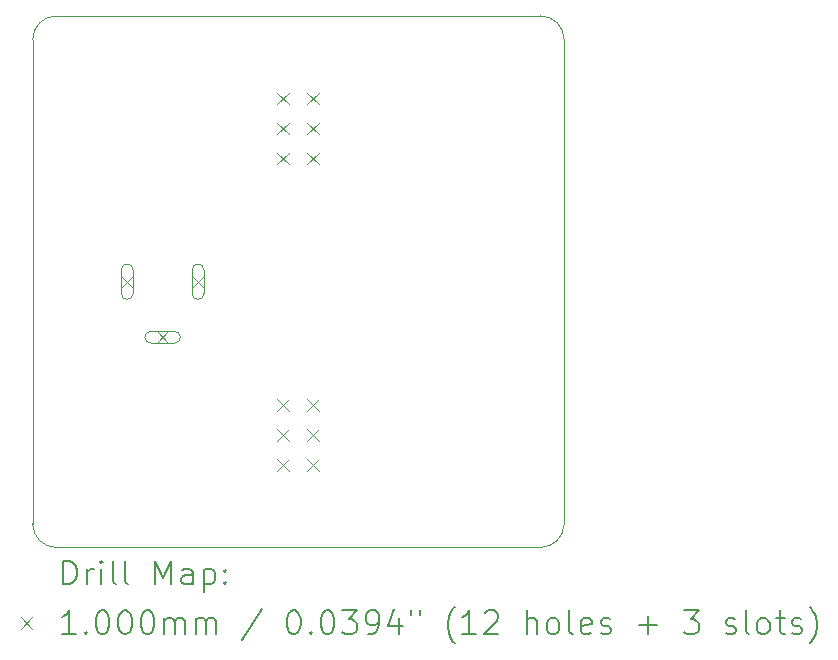
<source format=gbr>
%TF.GenerationSoftware,KiCad,Pcbnew,8.0.5*%
%TF.CreationDate,2024-09-14T16:23:53+01:00*%
%TF.ProjectId,RS485Board,52533438-3542-46f6-9172-642e6b696361,rev?*%
%TF.SameCoordinates,Original*%
%TF.FileFunction,Drillmap*%
%TF.FilePolarity,Positive*%
%FSLAX45Y45*%
G04 Gerber Fmt 4.5, Leading zero omitted, Abs format (unit mm)*
G04 Created by KiCad (PCBNEW 8.0.5) date 2024-09-14 16:23:53*
%MOMM*%
%LPD*%
G01*
G04 APERTURE LIST*
%ADD10C,0.050000*%
%ADD11C,0.200000*%
%ADD12C,0.100000*%
G04 APERTURE END LIST*
D10*
X9200000Y-13500000D02*
G75*
G02*
X9000000Y-13300000I0J200000D01*
G01*
X13300000Y-13500000D02*
X9200000Y-13500000D01*
X13500000Y-9200000D02*
X13500000Y-13300000D01*
X9000000Y-13300000D02*
X9000000Y-9200000D01*
X13300000Y-9000000D02*
G75*
G02*
X13500000Y-9200000I0J-200000D01*
G01*
X9200000Y-9000000D02*
X13300000Y-9000000D01*
X9000000Y-9200000D02*
G75*
G02*
X9200000Y-9000000I200000J0D01*
G01*
X13500000Y-13300000D02*
G75*
G02*
X13300000Y-13500000I-200000J0D01*
G01*
D11*
D12*
X9750000Y-11200000D02*
X9850000Y-11300000D01*
X9850000Y-11200000D02*
X9750000Y-11300000D01*
X9750000Y-11150000D02*
X9750000Y-11350000D01*
X9850000Y-11350000D02*
G75*
G02*
X9750000Y-11350000I-50000J0D01*
G01*
X9850000Y-11350000D02*
X9850000Y-11150000D01*
X9850000Y-11150000D02*
G75*
G03*
X9750000Y-11150000I-50000J0D01*
G01*
X10050000Y-11670000D02*
X10150000Y-11770000D01*
X10150000Y-11670000D02*
X10050000Y-11770000D01*
X10000000Y-11770000D02*
X10200000Y-11770000D01*
X10200000Y-11670000D02*
G75*
G02*
X10200000Y-11770000I0J-50000D01*
G01*
X10200000Y-11670000D02*
X10000000Y-11670000D01*
X10000000Y-11670000D02*
G75*
G03*
X10000000Y-11770000I0J-50000D01*
G01*
X10350000Y-11200000D02*
X10450000Y-11300000D01*
X10450000Y-11200000D02*
X10350000Y-11300000D01*
X10350000Y-11150000D02*
X10350000Y-11350000D01*
X10450000Y-11350000D02*
G75*
G02*
X10350000Y-11350000I-50000J0D01*
G01*
X10450000Y-11350000D02*
X10450000Y-11150000D01*
X10450000Y-11150000D02*
G75*
G03*
X10350000Y-11150000I-50000J0D01*
G01*
X11073000Y-9650000D02*
X11173000Y-9750000D01*
X11173000Y-9650000D02*
X11073000Y-9750000D01*
X11073000Y-9904000D02*
X11173000Y-10004000D01*
X11173000Y-9904000D02*
X11073000Y-10004000D01*
X11073000Y-10158000D02*
X11173000Y-10258000D01*
X11173000Y-10158000D02*
X11073000Y-10258000D01*
X11073000Y-12242000D02*
X11173000Y-12342000D01*
X11173000Y-12242000D02*
X11073000Y-12342000D01*
X11073000Y-12496000D02*
X11173000Y-12596000D01*
X11173000Y-12496000D02*
X11073000Y-12596000D01*
X11073000Y-12750000D02*
X11173000Y-12850000D01*
X11173000Y-12750000D02*
X11073000Y-12850000D01*
X11327000Y-9650000D02*
X11427000Y-9750000D01*
X11427000Y-9650000D02*
X11327000Y-9750000D01*
X11327000Y-9904000D02*
X11427000Y-10004000D01*
X11427000Y-9904000D02*
X11327000Y-10004000D01*
X11327000Y-10158000D02*
X11427000Y-10258000D01*
X11427000Y-10158000D02*
X11327000Y-10258000D01*
X11327000Y-12242000D02*
X11427000Y-12342000D01*
X11427000Y-12242000D02*
X11327000Y-12342000D01*
X11327000Y-12496000D02*
X11427000Y-12596000D01*
X11427000Y-12496000D02*
X11327000Y-12596000D01*
X11327000Y-12750000D02*
X11427000Y-12850000D01*
X11427000Y-12750000D02*
X11327000Y-12850000D01*
D11*
X9258277Y-13813984D02*
X9258277Y-13613984D01*
X9258277Y-13613984D02*
X9305896Y-13613984D01*
X9305896Y-13613984D02*
X9334467Y-13623508D01*
X9334467Y-13623508D02*
X9353515Y-13642555D01*
X9353515Y-13642555D02*
X9363039Y-13661603D01*
X9363039Y-13661603D02*
X9372563Y-13699698D01*
X9372563Y-13699698D02*
X9372563Y-13728269D01*
X9372563Y-13728269D02*
X9363039Y-13766365D01*
X9363039Y-13766365D02*
X9353515Y-13785412D01*
X9353515Y-13785412D02*
X9334467Y-13804460D01*
X9334467Y-13804460D02*
X9305896Y-13813984D01*
X9305896Y-13813984D02*
X9258277Y-13813984D01*
X9458277Y-13813984D02*
X9458277Y-13680650D01*
X9458277Y-13718746D02*
X9467801Y-13699698D01*
X9467801Y-13699698D02*
X9477324Y-13690174D01*
X9477324Y-13690174D02*
X9496372Y-13680650D01*
X9496372Y-13680650D02*
X9515420Y-13680650D01*
X9582086Y-13813984D02*
X9582086Y-13680650D01*
X9582086Y-13613984D02*
X9572563Y-13623508D01*
X9572563Y-13623508D02*
X9582086Y-13633031D01*
X9582086Y-13633031D02*
X9591610Y-13623508D01*
X9591610Y-13623508D02*
X9582086Y-13613984D01*
X9582086Y-13613984D02*
X9582086Y-13633031D01*
X9705896Y-13813984D02*
X9686848Y-13804460D01*
X9686848Y-13804460D02*
X9677324Y-13785412D01*
X9677324Y-13785412D02*
X9677324Y-13613984D01*
X9810658Y-13813984D02*
X9791610Y-13804460D01*
X9791610Y-13804460D02*
X9782086Y-13785412D01*
X9782086Y-13785412D02*
X9782086Y-13613984D01*
X10039229Y-13813984D02*
X10039229Y-13613984D01*
X10039229Y-13613984D02*
X10105896Y-13756841D01*
X10105896Y-13756841D02*
X10172563Y-13613984D01*
X10172563Y-13613984D02*
X10172563Y-13813984D01*
X10353515Y-13813984D02*
X10353515Y-13709222D01*
X10353515Y-13709222D02*
X10343991Y-13690174D01*
X10343991Y-13690174D02*
X10324944Y-13680650D01*
X10324944Y-13680650D02*
X10286848Y-13680650D01*
X10286848Y-13680650D02*
X10267801Y-13690174D01*
X10353515Y-13804460D02*
X10334467Y-13813984D01*
X10334467Y-13813984D02*
X10286848Y-13813984D01*
X10286848Y-13813984D02*
X10267801Y-13804460D01*
X10267801Y-13804460D02*
X10258277Y-13785412D01*
X10258277Y-13785412D02*
X10258277Y-13766365D01*
X10258277Y-13766365D02*
X10267801Y-13747317D01*
X10267801Y-13747317D02*
X10286848Y-13737793D01*
X10286848Y-13737793D02*
X10334467Y-13737793D01*
X10334467Y-13737793D02*
X10353515Y-13728269D01*
X10448753Y-13680650D02*
X10448753Y-13880650D01*
X10448753Y-13690174D02*
X10467801Y-13680650D01*
X10467801Y-13680650D02*
X10505896Y-13680650D01*
X10505896Y-13680650D02*
X10524944Y-13690174D01*
X10524944Y-13690174D02*
X10534467Y-13699698D01*
X10534467Y-13699698D02*
X10543991Y-13718746D01*
X10543991Y-13718746D02*
X10543991Y-13775888D01*
X10543991Y-13775888D02*
X10534467Y-13794936D01*
X10534467Y-13794936D02*
X10524944Y-13804460D01*
X10524944Y-13804460D02*
X10505896Y-13813984D01*
X10505896Y-13813984D02*
X10467801Y-13813984D01*
X10467801Y-13813984D02*
X10448753Y-13804460D01*
X10629705Y-13794936D02*
X10639229Y-13804460D01*
X10639229Y-13804460D02*
X10629705Y-13813984D01*
X10629705Y-13813984D02*
X10620182Y-13804460D01*
X10620182Y-13804460D02*
X10629705Y-13794936D01*
X10629705Y-13794936D02*
X10629705Y-13813984D01*
X10629705Y-13690174D02*
X10639229Y-13699698D01*
X10639229Y-13699698D02*
X10629705Y-13709222D01*
X10629705Y-13709222D02*
X10620182Y-13699698D01*
X10620182Y-13699698D02*
X10629705Y-13690174D01*
X10629705Y-13690174D02*
X10629705Y-13709222D01*
D12*
X8897500Y-14092500D02*
X8997500Y-14192500D01*
X8997500Y-14092500D02*
X8897500Y-14192500D01*
D11*
X9363039Y-14233984D02*
X9248753Y-14233984D01*
X9305896Y-14233984D02*
X9305896Y-14033984D01*
X9305896Y-14033984D02*
X9286848Y-14062555D01*
X9286848Y-14062555D02*
X9267801Y-14081603D01*
X9267801Y-14081603D02*
X9248753Y-14091127D01*
X9448753Y-14214936D02*
X9458277Y-14224460D01*
X9458277Y-14224460D02*
X9448753Y-14233984D01*
X9448753Y-14233984D02*
X9439229Y-14224460D01*
X9439229Y-14224460D02*
X9448753Y-14214936D01*
X9448753Y-14214936D02*
X9448753Y-14233984D01*
X9582086Y-14033984D02*
X9601134Y-14033984D01*
X9601134Y-14033984D02*
X9620182Y-14043508D01*
X9620182Y-14043508D02*
X9629705Y-14053031D01*
X9629705Y-14053031D02*
X9639229Y-14072079D01*
X9639229Y-14072079D02*
X9648753Y-14110174D01*
X9648753Y-14110174D02*
X9648753Y-14157793D01*
X9648753Y-14157793D02*
X9639229Y-14195888D01*
X9639229Y-14195888D02*
X9629705Y-14214936D01*
X9629705Y-14214936D02*
X9620182Y-14224460D01*
X9620182Y-14224460D02*
X9601134Y-14233984D01*
X9601134Y-14233984D02*
X9582086Y-14233984D01*
X9582086Y-14233984D02*
X9563039Y-14224460D01*
X9563039Y-14224460D02*
X9553515Y-14214936D01*
X9553515Y-14214936D02*
X9543991Y-14195888D01*
X9543991Y-14195888D02*
X9534467Y-14157793D01*
X9534467Y-14157793D02*
X9534467Y-14110174D01*
X9534467Y-14110174D02*
X9543991Y-14072079D01*
X9543991Y-14072079D02*
X9553515Y-14053031D01*
X9553515Y-14053031D02*
X9563039Y-14043508D01*
X9563039Y-14043508D02*
X9582086Y-14033984D01*
X9772563Y-14033984D02*
X9791610Y-14033984D01*
X9791610Y-14033984D02*
X9810658Y-14043508D01*
X9810658Y-14043508D02*
X9820182Y-14053031D01*
X9820182Y-14053031D02*
X9829705Y-14072079D01*
X9829705Y-14072079D02*
X9839229Y-14110174D01*
X9839229Y-14110174D02*
X9839229Y-14157793D01*
X9839229Y-14157793D02*
X9829705Y-14195888D01*
X9829705Y-14195888D02*
X9820182Y-14214936D01*
X9820182Y-14214936D02*
X9810658Y-14224460D01*
X9810658Y-14224460D02*
X9791610Y-14233984D01*
X9791610Y-14233984D02*
X9772563Y-14233984D01*
X9772563Y-14233984D02*
X9753515Y-14224460D01*
X9753515Y-14224460D02*
X9743991Y-14214936D01*
X9743991Y-14214936D02*
X9734467Y-14195888D01*
X9734467Y-14195888D02*
X9724944Y-14157793D01*
X9724944Y-14157793D02*
X9724944Y-14110174D01*
X9724944Y-14110174D02*
X9734467Y-14072079D01*
X9734467Y-14072079D02*
X9743991Y-14053031D01*
X9743991Y-14053031D02*
X9753515Y-14043508D01*
X9753515Y-14043508D02*
X9772563Y-14033984D01*
X9963039Y-14033984D02*
X9982086Y-14033984D01*
X9982086Y-14033984D02*
X10001134Y-14043508D01*
X10001134Y-14043508D02*
X10010658Y-14053031D01*
X10010658Y-14053031D02*
X10020182Y-14072079D01*
X10020182Y-14072079D02*
X10029705Y-14110174D01*
X10029705Y-14110174D02*
X10029705Y-14157793D01*
X10029705Y-14157793D02*
X10020182Y-14195888D01*
X10020182Y-14195888D02*
X10010658Y-14214936D01*
X10010658Y-14214936D02*
X10001134Y-14224460D01*
X10001134Y-14224460D02*
X9982086Y-14233984D01*
X9982086Y-14233984D02*
X9963039Y-14233984D01*
X9963039Y-14233984D02*
X9943991Y-14224460D01*
X9943991Y-14224460D02*
X9934467Y-14214936D01*
X9934467Y-14214936D02*
X9924944Y-14195888D01*
X9924944Y-14195888D02*
X9915420Y-14157793D01*
X9915420Y-14157793D02*
X9915420Y-14110174D01*
X9915420Y-14110174D02*
X9924944Y-14072079D01*
X9924944Y-14072079D02*
X9934467Y-14053031D01*
X9934467Y-14053031D02*
X9943991Y-14043508D01*
X9943991Y-14043508D02*
X9963039Y-14033984D01*
X10115420Y-14233984D02*
X10115420Y-14100650D01*
X10115420Y-14119698D02*
X10124944Y-14110174D01*
X10124944Y-14110174D02*
X10143991Y-14100650D01*
X10143991Y-14100650D02*
X10172563Y-14100650D01*
X10172563Y-14100650D02*
X10191610Y-14110174D01*
X10191610Y-14110174D02*
X10201134Y-14129222D01*
X10201134Y-14129222D02*
X10201134Y-14233984D01*
X10201134Y-14129222D02*
X10210658Y-14110174D01*
X10210658Y-14110174D02*
X10229705Y-14100650D01*
X10229705Y-14100650D02*
X10258277Y-14100650D01*
X10258277Y-14100650D02*
X10277325Y-14110174D01*
X10277325Y-14110174D02*
X10286848Y-14129222D01*
X10286848Y-14129222D02*
X10286848Y-14233984D01*
X10382086Y-14233984D02*
X10382086Y-14100650D01*
X10382086Y-14119698D02*
X10391610Y-14110174D01*
X10391610Y-14110174D02*
X10410658Y-14100650D01*
X10410658Y-14100650D02*
X10439229Y-14100650D01*
X10439229Y-14100650D02*
X10458277Y-14110174D01*
X10458277Y-14110174D02*
X10467801Y-14129222D01*
X10467801Y-14129222D02*
X10467801Y-14233984D01*
X10467801Y-14129222D02*
X10477325Y-14110174D01*
X10477325Y-14110174D02*
X10496372Y-14100650D01*
X10496372Y-14100650D02*
X10524944Y-14100650D01*
X10524944Y-14100650D02*
X10543991Y-14110174D01*
X10543991Y-14110174D02*
X10553515Y-14129222D01*
X10553515Y-14129222D02*
X10553515Y-14233984D01*
X10943991Y-14024460D02*
X10772563Y-14281603D01*
X11201134Y-14033984D02*
X11220182Y-14033984D01*
X11220182Y-14033984D02*
X11239229Y-14043508D01*
X11239229Y-14043508D02*
X11248753Y-14053031D01*
X11248753Y-14053031D02*
X11258277Y-14072079D01*
X11258277Y-14072079D02*
X11267801Y-14110174D01*
X11267801Y-14110174D02*
X11267801Y-14157793D01*
X11267801Y-14157793D02*
X11258277Y-14195888D01*
X11258277Y-14195888D02*
X11248753Y-14214936D01*
X11248753Y-14214936D02*
X11239229Y-14224460D01*
X11239229Y-14224460D02*
X11220182Y-14233984D01*
X11220182Y-14233984D02*
X11201134Y-14233984D01*
X11201134Y-14233984D02*
X11182087Y-14224460D01*
X11182087Y-14224460D02*
X11172563Y-14214936D01*
X11172563Y-14214936D02*
X11163039Y-14195888D01*
X11163039Y-14195888D02*
X11153515Y-14157793D01*
X11153515Y-14157793D02*
X11153515Y-14110174D01*
X11153515Y-14110174D02*
X11163039Y-14072079D01*
X11163039Y-14072079D02*
X11172563Y-14053031D01*
X11172563Y-14053031D02*
X11182087Y-14043508D01*
X11182087Y-14043508D02*
X11201134Y-14033984D01*
X11353515Y-14214936D02*
X11363039Y-14224460D01*
X11363039Y-14224460D02*
X11353515Y-14233984D01*
X11353515Y-14233984D02*
X11343991Y-14224460D01*
X11343991Y-14224460D02*
X11353515Y-14214936D01*
X11353515Y-14214936D02*
X11353515Y-14233984D01*
X11486848Y-14033984D02*
X11505896Y-14033984D01*
X11505896Y-14033984D02*
X11524944Y-14043508D01*
X11524944Y-14043508D02*
X11534467Y-14053031D01*
X11534467Y-14053031D02*
X11543991Y-14072079D01*
X11543991Y-14072079D02*
X11553515Y-14110174D01*
X11553515Y-14110174D02*
X11553515Y-14157793D01*
X11553515Y-14157793D02*
X11543991Y-14195888D01*
X11543991Y-14195888D02*
X11534467Y-14214936D01*
X11534467Y-14214936D02*
X11524944Y-14224460D01*
X11524944Y-14224460D02*
X11505896Y-14233984D01*
X11505896Y-14233984D02*
X11486848Y-14233984D01*
X11486848Y-14233984D02*
X11467801Y-14224460D01*
X11467801Y-14224460D02*
X11458277Y-14214936D01*
X11458277Y-14214936D02*
X11448753Y-14195888D01*
X11448753Y-14195888D02*
X11439229Y-14157793D01*
X11439229Y-14157793D02*
X11439229Y-14110174D01*
X11439229Y-14110174D02*
X11448753Y-14072079D01*
X11448753Y-14072079D02*
X11458277Y-14053031D01*
X11458277Y-14053031D02*
X11467801Y-14043508D01*
X11467801Y-14043508D02*
X11486848Y-14033984D01*
X11620182Y-14033984D02*
X11743991Y-14033984D01*
X11743991Y-14033984D02*
X11677325Y-14110174D01*
X11677325Y-14110174D02*
X11705896Y-14110174D01*
X11705896Y-14110174D02*
X11724944Y-14119698D01*
X11724944Y-14119698D02*
X11734467Y-14129222D01*
X11734467Y-14129222D02*
X11743991Y-14148269D01*
X11743991Y-14148269D02*
X11743991Y-14195888D01*
X11743991Y-14195888D02*
X11734467Y-14214936D01*
X11734467Y-14214936D02*
X11724944Y-14224460D01*
X11724944Y-14224460D02*
X11705896Y-14233984D01*
X11705896Y-14233984D02*
X11648753Y-14233984D01*
X11648753Y-14233984D02*
X11629706Y-14224460D01*
X11629706Y-14224460D02*
X11620182Y-14214936D01*
X11839229Y-14233984D02*
X11877325Y-14233984D01*
X11877325Y-14233984D02*
X11896372Y-14224460D01*
X11896372Y-14224460D02*
X11905896Y-14214936D01*
X11905896Y-14214936D02*
X11924944Y-14186365D01*
X11924944Y-14186365D02*
X11934467Y-14148269D01*
X11934467Y-14148269D02*
X11934467Y-14072079D01*
X11934467Y-14072079D02*
X11924944Y-14053031D01*
X11924944Y-14053031D02*
X11915420Y-14043508D01*
X11915420Y-14043508D02*
X11896372Y-14033984D01*
X11896372Y-14033984D02*
X11858277Y-14033984D01*
X11858277Y-14033984D02*
X11839229Y-14043508D01*
X11839229Y-14043508D02*
X11829706Y-14053031D01*
X11829706Y-14053031D02*
X11820182Y-14072079D01*
X11820182Y-14072079D02*
X11820182Y-14119698D01*
X11820182Y-14119698D02*
X11829706Y-14138746D01*
X11829706Y-14138746D02*
X11839229Y-14148269D01*
X11839229Y-14148269D02*
X11858277Y-14157793D01*
X11858277Y-14157793D02*
X11896372Y-14157793D01*
X11896372Y-14157793D02*
X11915420Y-14148269D01*
X11915420Y-14148269D02*
X11924944Y-14138746D01*
X11924944Y-14138746D02*
X11934467Y-14119698D01*
X12105896Y-14100650D02*
X12105896Y-14233984D01*
X12058277Y-14024460D02*
X12010658Y-14167317D01*
X12010658Y-14167317D02*
X12134467Y-14167317D01*
X12201134Y-14033984D02*
X12201134Y-14072079D01*
X12277325Y-14033984D02*
X12277325Y-14072079D01*
X12572563Y-14310174D02*
X12563039Y-14300650D01*
X12563039Y-14300650D02*
X12543991Y-14272079D01*
X12543991Y-14272079D02*
X12534468Y-14253031D01*
X12534468Y-14253031D02*
X12524944Y-14224460D01*
X12524944Y-14224460D02*
X12515420Y-14176841D01*
X12515420Y-14176841D02*
X12515420Y-14138746D01*
X12515420Y-14138746D02*
X12524944Y-14091127D01*
X12524944Y-14091127D02*
X12534468Y-14062555D01*
X12534468Y-14062555D02*
X12543991Y-14043508D01*
X12543991Y-14043508D02*
X12563039Y-14014936D01*
X12563039Y-14014936D02*
X12572563Y-14005412D01*
X12753515Y-14233984D02*
X12639229Y-14233984D01*
X12696372Y-14233984D02*
X12696372Y-14033984D01*
X12696372Y-14033984D02*
X12677325Y-14062555D01*
X12677325Y-14062555D02*
X12658277Y-14081603D01*
X12658277Y-14081603D02*
X12639229Y-14091127D01*
X12829706Y-14053031D02*
X12839229Y-14043508D01*
X12839229Y-14043508D02*
X12858277Y-14033984D01*
X12858277Y-14033984D02*
X12905896Y-14033984D01*
X12905896Y-14033984D02*
X12924944Y-14043508D01*
X12924944Y-14043508D02*
X12934468Y-14053031D01*
X12934468Y-14053031D02*
X12943991Y-14072079D01*
X12943991Y-14072079D02*
X12943991Y-14091127D01*
X12943991Y-14091127D02*
X12934468Y-14119698D01*
X12934468Y-14119698D02*
X12820182Y-14233984D01*
X12820182Y-14233984D02*
X12943991Y-14233984D01*
X13182087Y-14233984D02*
X13182087Y-14033984D01*
X13267801Y-14233984D02*
X13267801Y-14129222D01*
X13267801Y-14129222D02*
X13258277Y-14110174D01*
X13258277Y-14110174D02*
X13239230Y-14100650D01*
X13239230Y-14100650D02*
X13210658Y-14100650D01*
X13210658Y-14100650D02*
X13191610Y-14110174D01*
X13191610Y-14110174D02*
X13182087Y-14119698D01*
X13391610Y-14233984D02*
X13372563Y-14224460D01*
X13372563Y-14224460D02*
X13363039Y-14214936D01*
X13363039Y-14214936D02*
X13353515Y-14195888D01*
X13353515Y-14195888D02*
X13353515Y-14138746D01*
X13353515Y-14138746D02*
X13363039Y-14119698D01*
X13363039Y-14119698D02*
X13372563Y-14110174D01*
X13372563Y-14110174D02*
X13391610Y-14100650D01*
X13391610Y-14100650D02*
X13420182Y-14100650D01*
X13420182Y-14100650D02*
X13439230Y-14110174D01*
X13439230Y-14110174D02*
X13448753Y-14119698D01*
X13448753Y-14119698D02*
X13458277Y-14138746D01*
X13458277Y-14138746D02*
X13458277Y-14195888D01*
X13458277Y-14195888D02*
X13448753Y-14214936D01*
X13448753Y-14214936D02*
X13439230Y-14224460D01*
X13439230Y-14224460D02*
X13420182Y-14233984D01*
X13420182Y-14233984D02*
X13391610Y-14233984D01*
X13572563Y-14233984D02*
X13553515Y-14224460D01*
X13553515Y-14224460D02*
X13543991Y-14205412D01*
X13543991Y-14205412D02*
X13543991Y-14033984D01*
X13724944Y-14224460D02*
X13705896Y-14233984D01*
X13705896Y-14233984D02*
X13667801Y-14233984D01*
X13667801Y-14233984D02*
X13648753Y-14224460D01*
X13648753Y-14224460D02*
X13639230Y-14205412D01*
X13639230Y-14205412D02*
X13639230Y-14129222D01*
X13639230Y-14129222D02*
X13648753Y-14110174D01*
X13648753Y-14110174D02*
X13667801Y-14100650D01*
X13667801Y-14100650D02*
X13705896Y-14100650D01*
X13705896Y-14100650D02*
X13724944Y-14110174D01*
X13724944Y-14110174D02*
X13734468Y-14129222D01*
X13734468Y-14129222D02*
X13734468Y-14148269D01*
X13734468Y-14148269D02*
X13639230Y-14167317D01*
X13810658Y-14224460D02*
X13829706Y-14233984D01*
X13829706Y-14233984D02*
X13867801Y-14233984D01*
X13867801Y-14233984D02*
X13886849Y-14224460D01*
X13886849Y-14224460D02*
X13896372Y-14205412D01*
X13896372Y-14205412D02*
X13896372Y-14195888D01*
X13896372Y-14195888D02*
X13886849Y-14176841D01*
X13886849Y-14176841D02*
X13867801Y-14167317D01*
X13867801Y-14167317D02*
X13839230Y-14167317D01*
X13839230Y-14167317D02*
X13820182Y-14157793D01*
X13820182Y-14157793D02*
X13810658Y-14138746D01*
X13810658Y-14138746D02*
X13810658Y-14129222D01*
X13810658Y-14129222D02*
X13820182Y-14110174D01*
X13820182Y-14110174D02*
X13839230Y-14100650D01*
X13839230Y-14100650D02*
X13867801Y-14100650D01*
X13867801Y-14100650D02*
X13886849Y-14110174D01*
X14134468Y-14157793D02*
X14286849Y-14157793D01*
X14210658Y-14233984D02*
X14210658Y-14081603D01*
X14515420Y-14033984D02*
X14639230Y-14033984D01*
X14639230Y-14033984D02*
X14572563Y-14110174D01*
X14572563Y-14110174D02*
X14601134Y-14110174D01*
X14601134Y-14110174D02*
X14620182Y-14119698D01*
X14620182Y-14119698D02*
X14629706Y-14129222D01*
X14629706Y-14129222D02*
X14639230Y-14148269D01*
X14639230Y-14148269D02*
X14639230Y-14195888D01*
X14639230Y-14195888D02*
X14629706Y-14214936D01*
X14629706Y-14214936D02*
X14620182Y-14224460D01*
X14620182Y-14224460D02*
X14601134Y-14233984D01*
X14601134Y-14233984D02*
X14543992Y-14233984D01*
X14543992Y-14233984D02*
X14524944Y-14224460D01*
X14524944Y-14224460D02*
X14515420Y-14214936D01*
X14867801Y-14224460D02*
X14886849Y-14233984D01*
X14886849Y-14233984D02*
X14924944Y-14233984D01*
X14924944Y-14233984D02*
X14943992Y-14224460D01*
X14943992Y-14224460D02*
X14953515Y-14205412D01*
X14953515Y-14205412D02*
X14953515Y-14195888D01*
X14953515Y-14195888D02*
X14943992Y-14176841D01*
X14943992Y-14176841D02*
X14924944Y-14167317D01*
X14924944Y-14167317D02*
X14896373Y-14167317D01*
X14896373Y-14167317D02*
X14877325Y-14157793D01*
X14877325Y-14157793D02*
X14867801Y-14138746D01*
X14867801Y-14138746D02*
X14867801Y-14129222D01*
X14867801Y-14129222D02*
X14877325Y-14110174D01*
X14877325Y-14110174D02*
X14896373Y-14100650D01*
X14896373Y-14100650D02*
X14924944Y-14100650D01*
X14924944Y-14100650D02*
X14943992Y-14110174D01*
X15067801Y-14233984D02*
X15048754Y-14224460D01*
X15048754Y-14224460D02*
X15039230Y-14205412D01*
X15039230Y-14205412D02*
X15039230Y-14033984D01*
X15172563Y-14233984D02*
X15153515Y-14224460D01*
X15153515Y-14224460D02*
X15143992Y-14214936D01*
X15143992Y-14214936D02*
X15134468Y-14195888D01*
X15134468Y-14195888D02*
X15134468Y-14138746D01*
X15134468Y-14138746D02*
X15143992Y-14119698D01*
X15143992Y-14119698D02*
X15153515Y-14110174D01*
X15153515Y-14110174D02*
X15172563Y-14100650D01*
X15172563Y-14100650D02*
X15201135Y-14100650D01*
X15201135Y-14100650D02*
X15220182Y-14110174D01*
X15220182Y-14110174D02*
X15229706Y-14119698D01*
X15229706Y-14119698D02*
X15239230Y-14138746D01*
X15239230Y-14138746D02*
X15239230Y-14195888D01*
X15239230Y-14195888D02*
X15229706Y-14214936D01*
X15229706Y-14214936D02*
X15220182Y-14224460D01*
X15220182Y-14224460D02*
X15201135Y-14233984D01*
X15201135Y-14233984D02*
X15172563Y-14233984D01*
X15296373Y-14100650D02*
X15372563Y-14100650D01*
X15324944Y-14033984D02*
X15324944Y-14205412D01*
X15324944Y-14205412D02*
X15334468Y-14224460D01*
X15334468Y-14224460D02*
X15353515Y-14233984D01*
X15353515Y-14233984D02*
X15372563Y-14233984D01*
X15429706Y-14224460D02*
X15448754Y-14233984D01*
X15448754Y-14233984D02*
X15486849Y-14233984D01*
X15486849Y-14233984D02*
X15505896Y-14224460D01*
X15505896Y-14224460D02*
X15515420Y-14205412D01*
X15515420Y-14205412D02*
X15515420Y-14195888D01*
X15515420Y-14195888D02*
X15505896Y-14176841D01*
X15505896Y-14176841D02*
X15486849Y-14167317D01*
X15486849Y-14167317D02*
X15458277Y-14167317D01*
X15458277Y-14167317D02*
X15439230Y-14157793D01*
X15439230Y-14157793D02*
X15429706Y-14138746D01*
X15429706Y-14138746D02*
X15429706Y-14129222D01*
X15429706Y-14129222D02*
X15439230Y-14110174D01*
X15439230Y-14110174D02*
X15458277Y-14100650D01*
X15458277Y-14100650D02*
X15486849Y-14100650D01*
X15486849Y-14100650D02*
X15505896Y-14110174D01*
X15582087Y-14310174D02*
X15591611Y-14300650D01*
X15591611Y-14300650D02*
X15610658Y-14272079D01*
X15610658Y-14272079D02*
X15620182Y-14253031D01*
X15620182Y-14253031D02*
X15629706Y-14224460D01*
X15629706Y-14224460D02*
X15639230Y-14176841D01*
X15639230Y-14176841D02*
X15639230Y-14138746D01*
X15639230Y-14138746D02*
X15629706Y-14091127D01*
X15629706Y-14091127D02*
X15620182Y-14062555D01*
X15620182Y-14062555D02*
X15610658Y-14043508D01*
X15610658Y-14043508D02*
X15591611Y-14014936D01*
X15591611Y-14014936D02*
X15582087Y-14005412D01*
M02*

</source>
